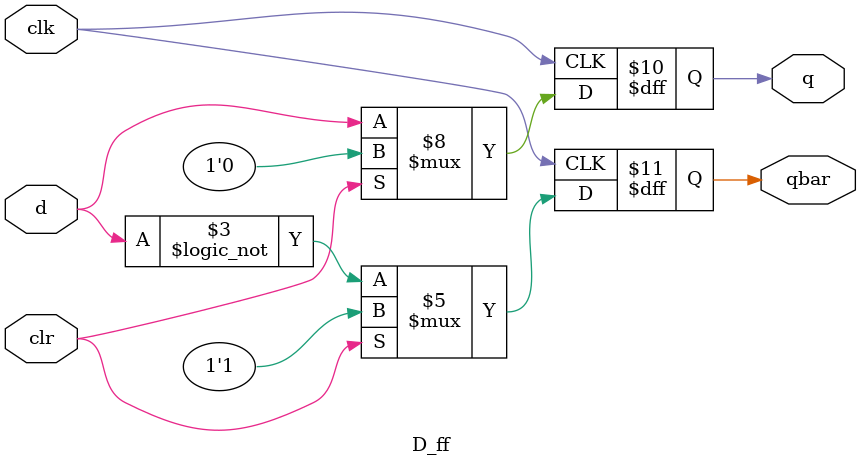
<source format=v>
`timescale 1ns / 1ps


module D_ff(
    input d,
    input clk,
    input clr,
    output reg q,
    output reg qbar
    );
always@(posedge clk) 
begin
if(clr== 1)
begin
q <= 0;
qbar <= 1;
end
else
begin
q <= d; 
qbar = !d; 
end 
end
endmodule

</source>
